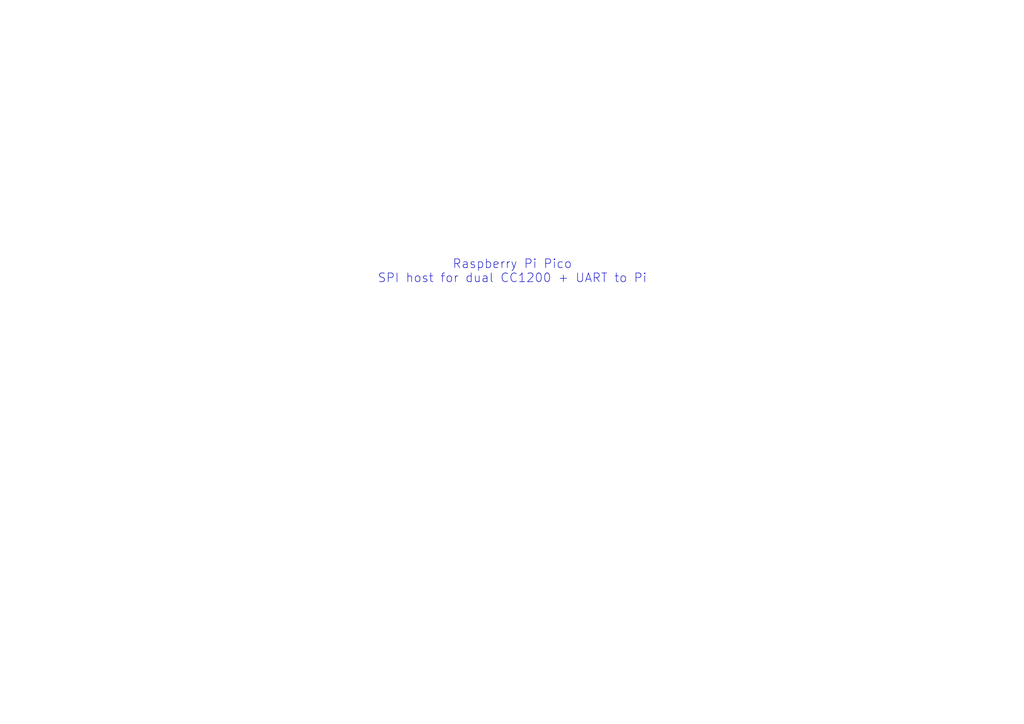
<source format=kicad_sch>
(kicad_sch
	(version 20250114)
	(generator "eeschema")
	(generator_version "9.0")
	(uuid "a0000004-0001-0000-0000-000000000001")
	(paper "A4")
	(lib_symbols)
	(text "Raspberry Pi Pico\nSPI host for dual CC1200 + UART to Pi"
		(exclude_from_sim no)
		(at 148.59 78.74 0)
		(effects
			(font
				(size 2.54 2.54)
			)
		)
	)
	(sheet_instances
		(path "/"
			(page "4")
		)
	)
)

</source>
